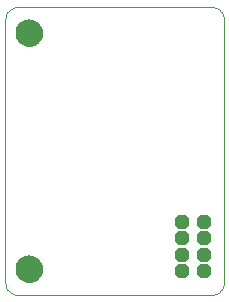
<source format=gbs>
G75*
%MOIN*%
%OFA0B0*%
%FSLAX24Y24*%
%IPPOS*%
%LPD*%
%AMOC8*
5,1,8,0,0,1.08239X$1,22.5*
%
%ADD10C,0.0000*%
%ADD11C,0.0906*%
%ADD12OC8,0.0480*%
D10*
X003193Y001223D02*
X003193Y010022D01*
X003195Y010061D01*
X003201Y010099D01*
X003210Y010136D01*
X003223Y010173D01*
X003240Y010208D01*
X003259Y010241D01*
X003282Y010272D01*
X003308Y010301D01*
X003337Y010327D01*
X003368Y010350D01*
X003401Y010369D01*
X003436Y010386D01*
X003473Y010399D01*
X003510Y010408D01*
X003548Y010414D01*
X003587Y010416D01*
X010080Y010416D01*
X010119Y010414D01*
X010157Y010408D01*
X010194Y010399D01*
X010231Y010386D01*
X010266Y010369D01*
X010299Y010350D01*
X010330Y010327D01*
X010359Y010301D01*
X010385Y010272D01*
X010408Y010241D01*
X010427Y010208D01*
X010444Y010173D01*
X010457Y010136D01*
X010466Y010099D01*
X010472Y010061D01*
X010474Y010022D01*
X010474Y001223D01*
X010472Y001184D01*
X010466Y001146D01*
X010457Y001109D01*
X010444Y001072D01*
X010427Y001037D01*
X010408Y001004D01*
X010385Y000973D01*
X010359Y000944D01*
X010330Y000918D01*
X010299Y000895D01*
X010266Y000876D01*
X010231Y000859D01*
X010194Y000846D01*
X010157Y000837D01*
X010119Y000831D01*
X010080Y000829D01*
X003587Y000829D01*
X003548Y000831D01*
X003510Y000837D01*
X003473Y000846D01*
X003436Y000859D01*
X003401Y000876D01*
X003368Y000895D01*
X003337Y000918D01*
X003308Y000944D01*
X003282Y000973D01*
X003259Y001004D01*
X003240Y001037D01*
X003223Y001072D01*
X003210Y001109D01*
X003201Y001146D01*
X003195Y001184D01*
X003193Y001223D01*
X003548Y001685D02*
X003550Y001726D01*
X003556Y001767D01*
X003566Y001807D01*
X003579Y001846D01*
X003596Y001883D01*
X003617Y001919D01*
X003641Y001953D01*
X003668Y001984D01*
X003697Y002012D01*
X003730Y002038D01*
X003764Y002060D01*
X003801Y002079D01*
X003839Y002094D01*
X003879Y002106D01*
X003919Y002114D01*
X003960Y002118D01*
X004002Y002118D01*
X004043Y002114D01*
X004083Y002106D01*
X004123Y002094D01*
X004161Y002079D01*
X004197Y002060D01*
X004232Y002038D01*
X004265Y002012D01*
X004294Y001984D01*
X004321Y001953D01*
X004345Y001919D01*
X004366Y001883D01*
X004383Y001846D01*
X004396Y001807D01*
X004406Y001767D01*
X004412Y001726D01*
X004414Y001685D01*
X004412Y001644D01*
X004406Y001603D01*
X004396Y001563D01*
X004383Y001524D01*
X004366Y001487D01*
X004345Y001451D01*
X004321Y001417D01*
X004294Y001386D01*
X004265Y001358D01*
X004232Y001332D01*
X004198Y001310D01*
X004161Y001291D01*
X004123Y001276D01*
X004083Y001264D01*
X004043Y001256D01*
X004002Y001252D01*
X003960Y001252D01*
X003919Y001256D01*
X003879Y001264D01*
X003839Y001276D01*
X003801Y001291D01*
X003765Y001310D01*
X003730Y001332D01*
X003697Y001358D01*
X003668Y001386D01*
X003641Y001417D01*
X003617Y001451D01*
X003596Y001487D01*
X003579Y001524D01*
X003566Y001563D01*
X003556Y001603D01*
X003550Y001644D01*
X003548Y001685D01*
X003548Y009559D02*
X003550Y009600D01*
X003556Y009641D01*
X003566Y009681D01*
X003579Y009720D01*
X003596Y009757D01*
X003617Y009793D01*
X003641Y009827D01*
X003668Y009858D01*
X003697Y009886D01*
X003730Y009912D01*
X003764Y009934D01*
X003801Y009953D01*
X003839Y009968D01*
X003879Y009980D01*
X003919Y009988D01*
X003960Y009992D01*
X004002Y009992D01*
X004043Y009988D01*
X004083Y009980D01*
X004123Y009968D01*
X004161Y009953D01*
X004197Y009934D01*
X004232Y009912D01*
X004265Y009886D01*
X004294Y009858D01*
X004321Y009827D01*
X004345Y009793D01*
X004366Y009757D01*
X004383Y009720D01*
X004396Y009681D01*
X004406Y009641D01*
X004412Y009600D01*
X004414Y009559D01*
X004412Y009518D01*
X004406Y009477D01*
X004396Y009437D01*
X004383Y009398D01*
X004366Y009361D01*
X004345Y009325D01*
X004321Y009291D01*
X004294Y009260D01*
X004265Y009232D01*
X004232Y009206D01*
X004198Y009184D01*
X004161Y009165D01*
X004123Y009150D01*
X004083Y009138D01*
X004043Y009130D01*
X004002Y009126D01*
X003960Y009126D01*
X003919Y009130D01*
X003879Y009138D01*
X003839Y009150D01*
X003801Y009165D01*
X003765Y009184D01*
X003730Y009206D01*
X003697Y009232D01*
X003668Y009260D01*
X003641Y009291D01*
X003617Y009325D01*
X003596Y009361D01*
X003579Y009398D01*
X003566Y009437D01*
X003556Y009477D01*
X003550Y009518D01*
X003548Y009559D01*
D11*
X003981Y009559D03*
X003981Y001685D03*
D12*
X009068Y001617D03*
X009068Y002167D03*
X009068Y002717D03*
X009068Y003267D03*
X009818Y003267D03*
X009818Y002717D03*
X009818Y002167D03*
X009818Y001617D03*
M02*

</source>
